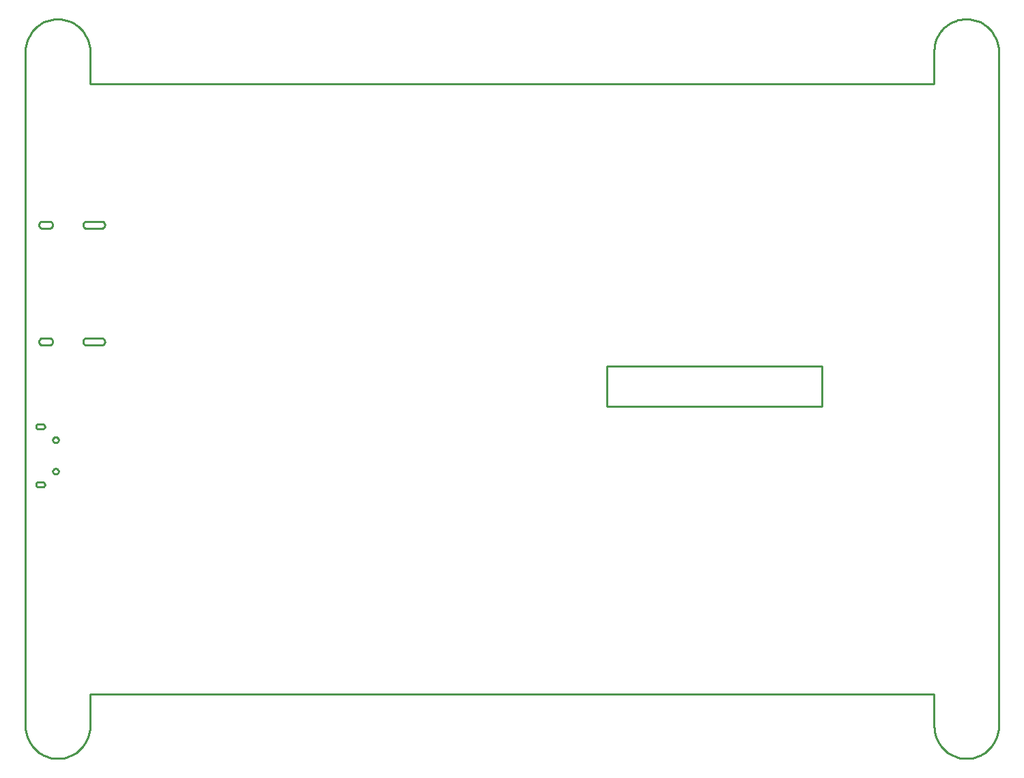
<source format=gbr>
G04 EAGLE Gerber RS-274X export*
G75*
%MOMM*%
%FSLAX34Y34*%
%LPD*%
%IN*%
%IPPOS*%
%AMOC8*
5,1,8,0,0,1.08239X$1,22.5*%
G01*
%ADD10C,0.254000*%


D10*
X0Y-40000D02*
X152Y-43486D01*
X608Y-46946D01*
X1363Y-50353D01*
X2412Y-53681D01*
X3748Y-56905D01*
X5359Y-60000D01*
X7234Y-62943D01*
X9358Y-65712D01*
X11716Y-68284D01*
X14289Y-70642D01*
X17057Y-72766D01*
X20000Y-74641D01*
X23095Y-76252D01*
X26319Y-77588D01*
X29647Y-78637D01*
X33054Y-79392D01*
X36514Y-79848D01*
X40000Y-80000D01*
X43486Y-79848D01*
X46946Y-79392D01*
X50353Y-78637D01*
X53681Y-77588D01*
X56905Y-76252D01*
X60000Y-74641D01*
X62943Y-72766D01*
X65712Y-70642D01*
X68284Y-68284D01*
X70642Y-65712D01*
X72766Y-62943D01*
X74641Y-60000D01*
X76252Y-56905D01*
X77588Y-53681D01*
X78637Y-50353D01*
X79392Y-46946D01*
X79848Y-43486D01*
X80000Y-40000D01*
X80000Y0D01*
X1127000Y0D01*
X1127000Y-40000D01*
X1127152Y-43486D01*
X1127608Y-46946D01*
X1128363Y-50353D01*
X1129412Y-53681D01*
X1130748Y-56905D01*
X1132359Y-60000D01*
X1134234Y-62943D01*
X1136358Y-65712D01*
X1138716Y-68284D01*
X1141289Y-70642D01*
X1144057Y-72766D01*
X1147000Y-74641D01*
X1150095Y-76252D01*
X1153319Y-77588D01*
X1156647Y-78637D01*
X1160054Y-79392D01*
X1163514Y-79848D01*
X1167000Y-80000D01*
X1170486Y-79848D01*
X1173946Y-79392D01*
X1177353Y-78637D01*
X1180681Y-77588D01*
X1183905Y-76252D01*
X1187000Y-74641D01*
X1189943Y-72766D01*
X1192712Y-70642D01*
X1195284Y-68284D01*
X1197642Y-65712D01*
X1199766Y-62943D01*
X1201641Y-60000D01*
X1203252Y-56905D01*
X1204588Y-53681D01*
X1205637Y-50353D01*
X1206392Y-46946D01*
X1206848Y-43486D01*
X1207000Y-40000D01*
X1207000Y798000D01*
X1206848Y801486D01*
X1206392Y804946D01*
X1205637Y808353D01*
X1204588Y811681D01*
X1203252Y814905D01*
X1201641Y818000D01*
X1199766Y820943D01*
X1197642Y823712D01*
X1195284Y826284D01*
X1192712Y828642D01*
X1189943Y830766D01*
X1187000Y832641D01*
X1183905Y834252D01*
X1180681Y835588D01*
X1177353Y836637D01*
X1173946Y837392D01*
X1170486Y837848D01*
X1167000Y838000D01*
X1163555Y837893D01*
X1160133Y837487D01*
X1156760Y836783D01*
X1153460Y835789D01*
X1150260Y834510D01*
X1147183Y832958D01*
X1144253Y831143D01*
X1141493Y829080D01*
X1138923Y826784D01*
X1136563Y824273D01*
X1134430Y821566D01*
X1132542Y818683D01*
X1130912Y815647D01*
X1129553Y812480D01*
X1128475Y809206D01*
X1127687Y805852D01*
X1127194Y802441D01*
X1127000Y799000D01*
X1127000Y758000D01*
X80000Y758000D01*
X80000Y798000D01*
X79848Y801486D01*
X79392Y804946D01*
X78637Y808353D01*
X77588Y811681D01*
X76252Y814905D01*
X74641Y818000D01*
X72766Y820943D01*
X70642Y823712D01*
X68284Y826284D01*
X65712Y828642D01*
X62943Y830766D01*
X60000Y832641D01*
X56905Y834252D01*
X53681Y835588D01*
X50353Y836637D01*
X46946Y837392D01*
X43486Y837848D01*
X40000Y838000D01*
X36514Y837848D01*
X33054Y837392D01*
X29647Y836637D01*
X26319Y835588D01*
X23095Y834252D01*
X20000Y832641D01*
X17057Y830766D01*
X14289Y828642D01*
X11716Y826284D01*
X9358Y823712D01*
X7234Y820943D01*
X5359Y818000D01*
X3748Y814905D01*
X2412Y811681D01*
X1363Y808353D01*
X608Y804946D01*
X152Y801486D01*
X0Y798000D01*
X0Y-40000D01*
X13000Y260000D02*
X12989Y259759D01*
X12998Y259519D01*
X13029Y259280D01*
X13080Y259044D01*
X13152Y258814D01*
X13243Y258592D01*
X13354Y258377D01*
X13483Y258174D01*
X13629Y257982D01*
X13791Y257804D01*
X13968Y257641D01*
X14159Y257493D01*
X14361Y257363D01*
X14575Y257251D01*
X14797Y257158D01*
X15026Y257085D01*
X15261Y257032D01*
X15500Y257000D01*
X21500Y257000D01*
X21739Y257032D01*
X21974Y257085D01*
X22203Y257158D01*
X22425Y257251D01*
X22639Y257363D01*
X22842Y257493D01*
X23032Y257641D01*
X23209Y257804D01*
X23371Y257982D01*
X23517Y258174D01*
X23646Y258377D01*
X23757Y258592D01*
X23848Y258814D01*
X23920Y259044D01*
X23971Y259280D01*
X24002Y259519D01*
X24011Y259759D01*
X24000Y260000D01*
X24011Y260241D01*
X24002Y260481D01*
X23971Y260720D01*
X23920Y260956D01*
X23848Y261186D01*
X23757Y261409D01*
X23646Y261623D01*
X23517Y261826D01*
X23371Y262018D01*
X23209Y262196D01*
X23032Y262359D01*
X22842Y262507D01*
X22639Y262637D01*
X22425Y262749D01*
X22203Y262842D01*
X21974Y262915D01*
X21739Y262968D01*
X21500Y263000D01*
X15500Y263000D01*
X15261Y262968D01*
X15026Y262915D01*
X14797Y262842D01*
X14575Y262749D01*
X14361Y262637D01*
X14159Y262507D01*
X13968Y262359D01*
X13791Y262196D01*
X13629Y262018D01*
X13483Y261826D01*
X13354Y261623D01*
X13243Y261409D01*
X13152Y261186D01*
X13080Y260956D01*
X13029Y260720D01*
X12998Y260481D01*
X12989Y260241D01*
X13000Y260000D01*
X13000Y332000D02*
X12989Y331759D01*
X12998Y331519D01*
X13029Y331280D01*
X13080Y331044D01*
X13152Y330814D01*
X13243Y330592D01*
X13354Y330377D01*
X13483Y330174D01*
X13629Y329982D01*
X13791Y329804D01*
X13968Y329641D01*
X14159Y329493D01*
X14361Y329363D01*
X14575Y329251D01*
X14797Y329158D01*
X15026Y329085D01*
X15261Y329032D01*
X15500Y329000D01*
X21500Y329000D01*
X21739Y329032D01*
X21974Y329085D01*
X22203Y329158D01*
X22425Y329251D01*
X22639Y329363D01*
X22842Y329493D01*
X23032Y329641D01*
X23209Y329804D01*
X23371Y329982D01*
X23517Y330174D01*
X23646Y330377D01*
X23757Y330592D01*
X23848Y330814D01*
X23920Y331044D01*
X23971Y331280D01*
X24002Y331519D01*
X24011Y331759D01*
X24000Y332000D01*
X24011Y332241D01*
X24002Y332481D01*
X23971Y332720D01*
X23920Y332956D01*
X23848Y333186D01*
X23757Y333409D01*
X23646Y333623D01*
X23517Y333826D01*
X23371Y334018D01*
X23209Y334196D01*
X23032Y334359D01*
X22842Y334507D01*
X22639Y334637D01*
X22425Y334749D01*
X22203Y334842D01*
X21974Y334915D01*
X21739Y334968D01*
X21500Y335000D01*
X15500Y335000D01*
X15261Y334968D01*
X15026Y334915D01*
X14797Y334842D01*
X14575Y334749D01*
X14361Y334637D01*
X14159Y334507D01*
X13968Y334359D01*
X13791Y334196D01*
X13629Y334018D01*
X13483Y333826D01*
X13354Y333623D01*
X13243Y333409D01*
X13152Y333186D01*
X13080Y332956D01*
X13029Y332720D01*
X12998Y332481D01*
X12989Y332241D01*
X13000Y332000D01*
X16800Y437500D02*
X16817Y437108D01*
X16868Y436719D01*
X16953Y436335D01*
X17071Y435961D01*
X17222Y435598D01*
X17403Y435250D01*
X17614Y434919D01*
X17853Y434607D01*
X18118Y434318D01*
X18407Y434053D01*
X18719Y433814D01*
X19050Y433603D01*
X19398Y433422D01*
X19761Y433271D01*
X20135Y433153D01*
X20519Y433068D01*
X20908Y433017D01*
X21300Y433000D01*
X29300Y433000D01*
X29692Y433017D01*
X30081Y433068D01*
X30465Y433153D01*
X30839Y433271D01*
X31202Y433422D01*
X31550Y433603D01*
X31881Y433814D01*
X32193Y434053D01*
X32482Y434318D01*
X32747Y434607D01*
X32986Y434919D01*
X33197Y435250D01*
X33378Y435598D01*
X33529Y435961D01*
X33647Y436335D01*
X33732Y436719D01*
X33783Y437108D01*
X33800Y437500D01*
X33783Y437892D01*
X33732Y438281D01*
X33647Y438665D01*
X33529Y439039D01*
X33378Y439402D01*
X33197Y439750D01*
X32986Y440081D01*
X32747Y440393D01*
X32482Y440682D01*
X32193Y440947D01*
X31881Y441186D01*
X31550Y441397D01*
X31202Y441578D01*
X30839Y441729D01*
X30465Y441847D01*
X30081Y441932D01*
X29692Y441983D01*
X29300Y442000D01*
X21300Y442000D01*
X20908Y441983D01*
X20519Y441932D01*
X20135Y441847D01*
X19761Y441729D01*
X19398Y441578D01*
X19050Y441397D01*
X18719Y441186D01*
X18407Y440947D01*
X18118Y440682D01*
X17853Y440393D01*
X17614Y440081D01*
X17403Y439750D01*
X17222Y439402D01*
X17071Y439039D01*
X16953Y438665D01*
X16868Y438281D01*
X16817Y437892D01*
X16800Y437500D01*
X71500Y437500D02*
X71517Y437108D01*
X71568Y436719D01*
X71653Y436335D01*
X71771Y435961D01*
X71922Y435598D01*
X72103Y435250D01*
X72314Y434919D01*
X72553Y434607D01*
X72818Y434318D01*
X73107Y434053D01*
X73419Y433814D01*
X73750Y433603D01*
X74098Y433422D01*
X74461Y433271D01*
X74835Y433153D01*
X75219Y433068D01*
X75608Y433017D01*
X76000Y433000D01*
X94000Y433000D01*
X94392Y433017D01*
X94781Y433068D01*
X95165Y433153D01*
X95539Y433271D01*
X95902Y433422D01*
X96250Y433603D01*
X96581Y433814D01*
X96893Y434053D01*
X97182Y434318D01*
X97447Y434607D01*
X97686Y434919D01*
X97897Y435250D01*
X98078Y435598D01*
X98229Y435961D01*
X98347Y436335D01*
X98432Y436719D01*
X98483Y437108D01*
X98500Y437500D01*
X98483Y437892D01*
X98432Y438281D01*
X98347Y438665D01*
X98229Y439039D01*
X98078Y439402D01*
X97897Y439750D01*
X97686Y440081D01*
X97447Y440393D01*
X97182Y440682D01*
X96893Y440947D01*
X96581Y441186D01*
X96250Y441397D01*
X95902Y441578D01*
X95539Y441729D01*
X95165Y441847D01*
X94781Y441932D01*
X94392Y441983D01*
X94000Y442000D01*
X76000Y442000D01*
X75608Y441983D01*
X75219Y441932D01*
X74835Y441847D01*
X74461Y441729D01*
X74098Y441578D01*
X73750Y441397D01*
X73419Y441186D01*
X73107Y440947D01*
X72818Y440682D01*
X72553Y440393D01*
X72314Y440081D01*
X72103Y439750D01*
X71922Y439402D01*
X71771Y439039D01*
X71653Y438665D01*
X71568Y438281D01*
X71517Y437892D01*
X71500Y437500D01*
X16800Y582500D02*
X16817Y582108D01*
X16868Y581719D01*
X16953Y581335D01*
X17071Y580961D01*
X17222Y580598D01*
X17403Y580250D01*
X17614Y579919D01*
X17853Y579607D01*
X18118Y579318D01*
X18407Y579053D01*
X18719Y578814D01*
X19050Y578603D01*
X19398Y578422D01*
X19761Y578271D01*
X20135Y578153D01*
X20519Y578068D01*
X20908Y578017D01*
X21300Y578000D01*
X29300Y578000D01*
X29692Y578017D01*
X30081Y578068D01*
X30465Y578153D01*
X30839Y578271D01*
X31202Y578422D01*
X31550Y578603D01*
X31881Y578814D01*
X32193Y579053D01*
X32482Y579318D01*
X32747Y579607D01*
X32986Y579919D01*
X33197Y580250D01*
X33378Y580598D01*
X33529Y580961D01*
X33647Y581335D01*
X33732Y581719D01*
X33783Y582108D01*
X33800Y582500D01*
X33783Y582892D01*
X33732Y583281D01*
X33647Y583665D01*
X33529Y584039D01*
X33378Y584402D01*
X33197Y584750D01*
X32986Y585081D01*
X32747Y585393D01*
X32482Y585682D01*
X32193Y585947D01*
X31881Y586186D01*
X31550Y586397D01*
X31202Y586578D01*
X30839Y586729D01*
X30465Y586847D01*
X30081Y586932D01*
X29692Y586983D01*
X29300Y587000D01*
X21300Y587000D01*
X20908Y586983D01*
X20519Y586932D01*
X20135Y586847D01*
X19761Y586729D01*
X19398Y586578D01*
X19050Y586397D01*
X18719Y586186D01*
X18407Y585947D01*
X18118Y585682D01*
X17853Y585393D01*
X17614Y585081D01*
X17403Y584750D01*
X17222Y584402D01*
X17071Y584039D01*
X16953Y583665D01*
X16868Y583281D01*
X16817Y582892D01*
X16800Y582500D01*
X71500Y582500D02*
X71517Y582108D01*
X71568Y581719D01*
X71653Y581335D01*
X71771Y580961D01*
X71922Y580598D01*
X72103Y580250D01*
X72314Y579919D01*
X72553Y579607D01*
X72818Y579318D01*
X73107Y579053D01*
X73419Y578814D01*
X73750Y578603D01*
X74098Y578422D01*
X74461Y578271D01*
X74835Y578153D01*
X75219Y578068D01*
X75608Y578017D01*
X76000Y578000D01*
X94000Y578000D01*
X94392Y578017D01*
X94781Y578068D01*
X95165Y578153D01*
X95539Y578271D01*
X95902Y578422D01*
X96250Y578603D01*
X96581Y578814D01*
X96893Y579053D01*
X97182Y579318D01*
X97447Y579607D01*
X97686Y579919D01*
X97897Y580250D01*
X98078Y580598D01*
X98229Y580961D01*
X98347Y581335D01*
X98432Y581719D01*
X98483Y582108D01*
X98500Y582500D01*
X98483Y582892D01*
X98432Y583281D01*
X98347Y583665D01*
X98229Y584039D01*
X98078Y584402D01*
X97897Y584750D01*
X97686Y585081D01*
X97447Y585393D01*
X97182Y585682D01*
X96893Y585947D01*
X96581Y586186D01*
X96250Y586397D01*
X95902Y586578D01*
X95539Y586729D01*
X95165Y586847D01*
X94781Y586932D01*
X94392Y586983D01*
X94000Y587000D01*
X76000Y587000D01*
X75608Y586983D01*
X75219Y586932D01*
X74835Y586847D01*
X74461Y586729D01*
X74098Y586578D01*
X73750Y586397D01*
X73419Y586186D01*
X73107Y585947D01*
X72818Y585682D01*
X72553Y585393D01*
X72314Y585081D01*
X72103Y584750D01*
X71922Y584402D01*
X71771Y584039D01*
X71653Y583665D01*
X71568Y583281D01*
X71517Y582892D01*
X71500Y582500D01*
X721080Y357300D02*
X987780Y357300D01*
X987780Y407520D01*
X721080Y407520D01*
X721080Y357300D01*
X37271Y312000D02*
X36816Y312060D01*
X36373Y312179D01*
X35949Y312354D01*
X35551Y312584D01*
X35187Y312863D01*
X34863Y313187D01*
X34584Y313551D01*
X34354Y313949D01*
X34179Y314373D01*
X34060Y314816D01*
X34000Y315271D01*
X34000Y315729D01*
X34060Y316184D01*
X34179Y316627D01*
X34354Y317051D01*
X34584Y317449D01*
X34863Y317813D01*
X35187Y318137D01*
X35551Y318416D01*
X35949Y318646D01*
X36373Y318821D01*
X36816Y318940D01*
X37271Y319000D01*
X37729Y319000D01*
X38184Y318940D01*
X38627Y318821D01*
X39051Y318646D01*
X39449Y318416D01*
X39813Y318137D01*
X40137Y317813D01*
X40416Y317449D01*
X40646Y317051D01*
X40821Y316627D01*
X40940Y316184D01*
X41000Y315729D01*
X41000Y315271D01*
X40940Y314816D01*
X40821Y314373D01*
X40646Y313949D01*
X40416Y313551D01*
X40137Y313187D01*
X39813Y312863D01*
X39449Y312584D01*
X39051Y312354D01*
X38627Y312179D01*
X38184Y312060D01*
X37729Y312000D01*
X37271Y312000D01*
X37271Y273000D02*
X36816Y273060D01*
X36373Y273179D01*
X35949Y273354D01*
X35551Y273584D01*
X35187Y273863D01*
X34863Y274187D01*
X34584Y274551D01*
X34354Y274949D01*
X34179Y275373D01*
X34060Y275816D01*
X34000Y276271D01*
X34000Y276729D01*
X34060Y277184D01*
X34179Y277627D01*
X34354Y278051D01*
X34584Y278449D01*
X34863Y278813D01*
X35187Y279137D01*
X35551Y279416D01*
X35949Y279646D01*
X36373Y279821D01*
X36816Y279940D01*
X37271Y280000D01*
X37729Y280000D01*
X38184Y279940D01*
X38627Y279821D01*
X39051Y279646D01*
X39449Y279416D01*
X39813Y279137D01*
X40137Y278813D01*
X40416Y278449D01*
X40646Y278051D01*
X40821Y277627D01*
X40940Y277184D01*
X41000Y276729D01*
X41000Y276271D01*
X40940Y275816D01*
X40821Y275373D01*
X40646Y274949D01*
X40416Y274551D01*
X40137Y274187D01*
X39813Y273863D01*
X39449Y273584D01*
X39051Y273354D01*
X38627Y273179D01*
X38184Y273060D01*
X37729Y273000D01*
X37271Y273000D01*
M02*

</source>
